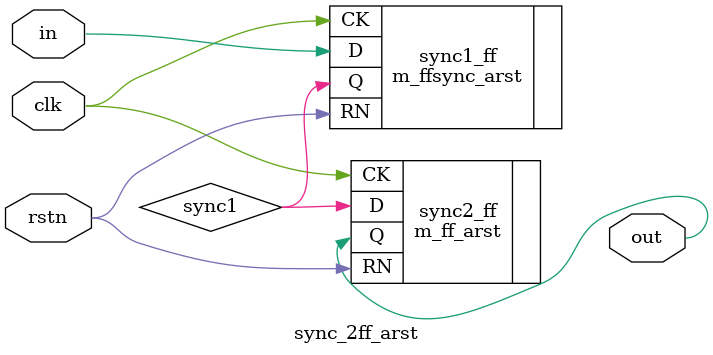
<source format=v>
module sync_2ff_arst (
  input  rstn,
  input  clk,
  input  in,
  output out
);
   wire sync1;

   m_ffsync_arst sync1_ff (.D(in)   , .CK(clk),  .RN(rstn), .Q(sync1));
   m_ff_arst     sync2_ff (.D(sync1), .CK(clk ), .RN(rstn), .Q(out));

 endmodule

</source>
